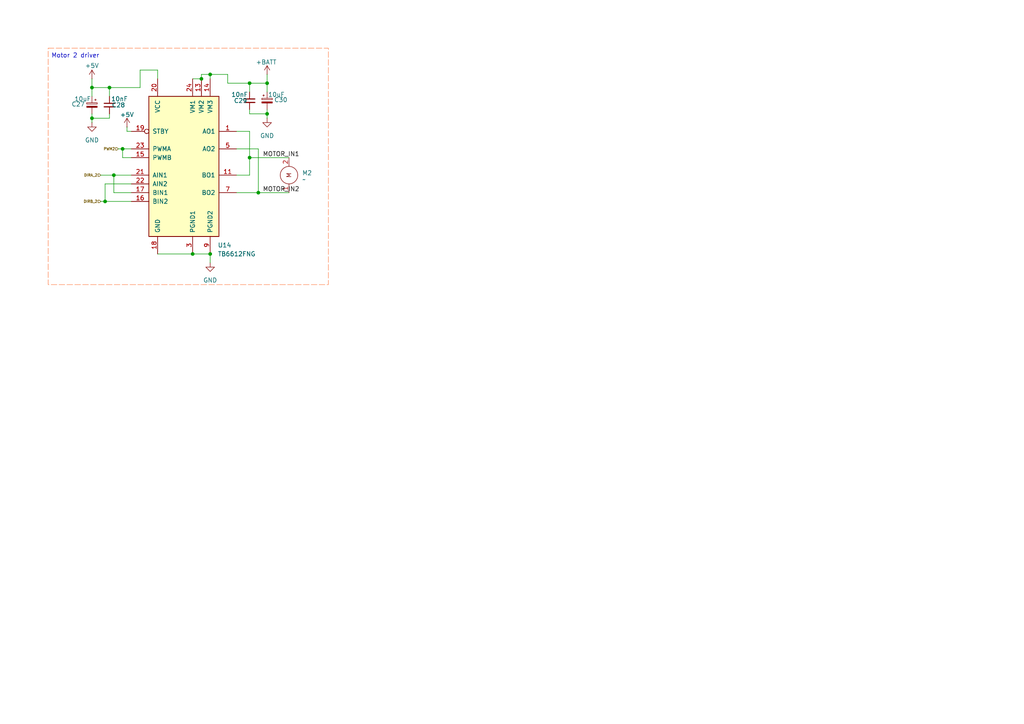
<source format=kicad_sch>
(kicad_sch (version 20231120) (generator "eeschema") (generator_version "8.0")
  (paper "A4")
  (lib_symbols
    (symbol "Device:C_Polarized_Small" (pin_numbers hide) (pin_names (offset 0.254) hide)
      (property "Reference" "C" (at 0.254 1.778 0))
      (property "Value" "C_Polarized_Small" (at 0.254 -2.032 0))
      (symbol "C_Polarized_Small_0_1"
        (rectangle (start -1.524 -0.3048) (end 1.524 -0.6858) (fill (type outline)))
        (rectangle (start -1.524 0.6858) (end 1.524 0.3048))
        (polyline (pts (xy -1.27 1.524) (xy -0.762 1.524)))
        (polyline (pts (xy -1.016 1.27) (xy -1.016 1.778)))
      )
      (symbol "C_Polarized_Small_1_1"
        (pin passive line (at 0 2.54 270) (length 1.8542) (name "~") (number "1"))
        (pin passive line (at 0 -2.54 90) (length 1.8542) (name "~") (number "2"))
      )
    )
    (symbol "Device:C_Small" (pin_numbers hide) (pin_names (offset 0.254) hide)
      (property "Reference" "C" (at 0.254 1.778 0))
      (property "Value" "C_Small" (at 0.254 -2.032 0))
      (symbol "C_Small_0_1"
        (polyline (pts (xy -1.524 -0.508) (xy 1.524 -0.508)) (stroke (width 0.3302)))
        (polyline (pts (xy -1.524 0.508) (xy 1.524 0.508)) (stroke (width 0.3048)))
      )
      (symbol "C_Small_1_1"
        (pin passive line (at 0 2.54 270) (length 2.032) (name "~") (number "1"))
        (pin passive line (at 0 -2.54 90) (length 2.032) (name "~") (number "2"))
      )
    )
    (symbol "Driver_Motor:TB6612FNG" (pin_names (offset 1.016))
      (property "Reference" "U" (at 11.43 17.78 0))
      (property "Value" "TB6612FNG" (at 11.43 15.24 0))
      (symbol "TB6612FNG_0_1"
        (rectangle (start -10.16 20.32) (end 10.16 -20.32) (stroke (width 0.254)) (fill (type background)))
      )
      (symbol "TB6612FNG_1_1"
        (pin output line (at 15.24 10.16 180) (length 5.08) (name "AO1") (number "1"))
        (pin passive line (at 7.62 -25.4 90) (length 5.08) hide (name "PGND2") (number "10"))
        (pin output line (at 15.24 -2.54 180) (length 5.08) (name "BO1") (number "11"))
        (pin passive line (at 15.24 -2.54 180) (length 5.08) hide (name "BO1") (number "12"))
        (pin power_in line (at 5.08 25.4 270) (length 5.08) (name "VM2") (number "13"))
        (pin power_in line (at 7.62 25.4 270) (length 5.08) (name "VM3") (number "14"))
        (pin input line (at -15.24 2.54 0) (length 5.08) (name "PWMB") (number "15"))
        (pin input line (at -15.24 -10.16 0) (length 5.08) (name "BIN2") (number "16"))
        (pin input line (at -15.24 -7.62 0) (length 5.08) (name "BIN1") (number "17"))
        (pin power_in line (at -7.62 -25.4 90) (length 5.08) (name "GND") (number "18"))
        (pin input inverted (at -15.24 10.16 0) (length 5.08) (name "STBY") (number "19"))
        (pin passive line (at 15.24 10.16 180) (length 5.08) hide (name "AO1") (number "2"))
        (pin power_in line (at -7.62 25.4 270) (length 5.08) (name "VCC") (number "20"))
        (pin input line (at -15.24 -2.54 0) (length 5.08) (name "AIN1") (number "21"))
        (pin input line (at -15.24 -5.08 0) (length 5.08) (name "AIN2") (number "22"))
        (pin input line (at -15.24 5.08 0) (length 5.08) (name "PWMA") (number "23"))
        (pin power_in line (at 2.54 25.4 270) (length 5.08) (name "VM1") (number "24"))
        (pin power_in line (at 2.54 -25.4 90) (length 5.08) (name "PGND1") (number "3"))
        (pin passive line (at 2.54 -25.4 90) (length 5.08) hide (name "PGND1") (number "4"))
        (pin output line (at 15.24 5.08 180) (length 5.08) (name "AO2") (number "5"))
        (pin passive line (at 15.24 5.08 180) (length 5.08) hide (name "AO2") (number "6"))
        (pin output line (at 15.24 -7.62 180) (length 5.08) (name "BO2") (number "7"))
        (pin passive line (at 15.24 -7.62 180) (length 5.08) hide (name "BO2") (number "8"))
        (pin power_in line (at 7.62 -25.4 90) (length 5.08) (name "PGND2") (number "9"))
      )
    )
    (symbol "Motors_KoNaR:Motor"
      (property "Reference" "M" (at 0 3.556 0))
      (symbol "Motor_1_1"
        (circle (center 0 0) (radius 2.54))
        (text "M" (at 0 0 0) (effects (font (size 1.27 1.27))))
        (pin input line (at -5.08 0 0) (length 2.54) (name "") (number "1"))
        (pin input line (at 5.08 0 180) (length 2.54) (name "") (number "2"))
      )
    )
    (symbol "power:+5V" (power) (pin_numbers hide) (pin_names (offset 0) hide)
      (property "Value" "+5V" (at 0 3.556 0))
      (symbol "+5V_0_1"
        (polyline (pts (xy -0.762 1.27) (xy 0 2.54)))
        (polyline (pts (xy 0 0) (xy 0 2.54)))
        (polyline (pts (xy 0 2.54) (xy 0.762 1.27)))
      )
      (symbol "+5V_1_1"
        (pin power_in line (at 0 0 90) (length 0) (name "~") (number "1"))
      )
    )
    (symbol "power:+BATT" (power) (pin_numbers hide) (pin_names (offset 0) hide)
      (property "Value" "+BATT" (at 0 3.556 0))
      (symbol "+BATT_0_1"
        (polyline (pts (xy -0.762 1.27) (xy 0 2.54)))
        (polyline (pts (xy 0 0) (xy 0 2.54)))
        (polyline (pts (xy 0 2.54) (xy 0.762 1.27)))
      )
      (symbol "+BATT_1_1"
        (pin power_in line (at 0 0 90) (length 0) (name "~") (number "1"))
      )
    )
    (symbol "power:GND" (power) (pin_numbers hide) (pin_names (offset 0) hide)
      (property "Value" "GND" (at 0 -3.81 0))
      (symbol "GND_0_1"
        (polyline (pts (xy 0 0) (xy 0 -1.27) (xy 1.27 -1.27) (xy 0 -2.54) (xy -1.27 -1.27) (xy 0 -1.27)))
      )
      (symbol "GND_1_1"
        (pin power_in line (at 0 0 270) (length 0) (name "~") (number "1"))
      )
    )
  )
  (junction (at 77.47 24.13))
  (junction (at 30.48 58.42))
  (junction (at 55.88 73.66))
  (junction (at 77.47 33.02))
  (junction (at 26.67 25.4))
  (junction (at 31.75 25.4))
  (junction (at 72.39 24.13))
  (junction (at 58.42 22.86))
  (junction (at 60.96 21.59))
  (junction (at 74.93 55.88))
  (junction (at 26.67 34.29))
  (junction (at 72.39 45.72))
  (junction (at 33.02 50.8))
  (junction (at 35.56 43.18))
  (junction (at 60.96 73.66))
  (wire (pts (xy 55.88 22.86) (xy 58.42 22.86)))
  (wire (pts (xy 72.39 24.13) (xy 72.39 26.67)))
  (wire (pts (xy 31.75 25.4) (xy 40.64 25.4)))
  (wire (pts (xy 72.39 45.72) (xy 72.39 50.8)))
  (wire (pts (xy 34.29 43.18) (xy 35.56 43.18)))
  (wire (pts (xy 29.21 50.8) (xy 33.02 50.8)))
  (wire (pts (xy 72.39 33.02) (xy 77.47 33.02)))
  (wire (pts (xy 45.72 73.66) (xy 55.88 73.66)))
  (wire (pts (xy 60.96 21.59) (xy 66.04 21.59)))
  (wire (pts (xy 35.56 43.18) (xy 38.1 43.18)))
  (wire (pts (xy 30.48 53.34) (xy 38.1 53.34)))
  (wire (pts (xy 72.39 50.8) (xy 68.58 50.8)))
  (wire (pts (xy 35.56 43.18) (xy 35.56 45.72)))
  (wire (pts (xy 35.56 45.72) (xy 38.1 45.72)))
  (wire (pts (xy 33.02 50.8) (xy 38.1 50.8)))
  (wire (pts (xy 30.48 53.34) (xy 30.48 58.42)))
  (wire (pts (xy 66.04 24.13) (xy 72.39 24.13)))
  (wire (pts (xy 77.47 21.59) (xy 77.47 24.13)))
  (wire (pts (xy 72.39 38.1) (xy 72.39 45.72)))
  (wire (pts (xy 74.93 55.88) (xy 83.82 55.88)))
  (wire (pts (xy 33.02 55.88) (xy 38.1 55.88)))
  (wire (pts (xy 29.21 58.42) (xy 30.48 58.42)))
  (wire (pts (xy 45.72 20.32) (xy 45.72 22.86)))
  (wire (pts (xy 31.75 25.4) (xy 26.67 25.4)))
  (wire (pts (xy 31.75 25.4) (xy 31.75 27.94)))
  (wire (pts (xy 26.67 33.02) (xy 26.67 34.29)))
  (wire (pts (xy 60.96 73.66) (xy 60.96 76.2)))
  (wire (pts (xy 30.48 58.42) (xy 38.1 58.42)))
  (wire (pts (xy 74.93 43.18) (xy 74.93 55.88)))
  (wire (pts (xy 74.93 55.88) (xy 68.58 55.88)))
  (wire (pts (xy 72.39 31.75) (xy 72.39 33.02)))
  (wire (pts (xy 55.88 73.66) (xy 60.96 73.66)))
  (wire (pts (xy 40.64 20.32) (xy 45.72 20.32)))
  (wire (pts (xy 60.96 21.59) (xy 58.42 21.59)))
  (wire (pts (xy 77.47 24.13) (xy 77.47 26.67)))
  (wire (pts (xy 40.64 20.32) (xy 40.64 25.4)))
  (wire (pts (xy 68.58 43.18) (xy 74.93 43.18)))
  (wire (pts (xy 26.67 25.4) (xy 26.67 27.94)))
  (wire (pts (xy 68.58 38.1) (xy 72.39 38.1)))
  (wire (pts (xy 58.42 22.86) (xy 58.42 21.59)))
  (wire (pts (xy 77.47 33.02) (xy 77.47 34.29)))
  (wire (pts (xy 31.75 34.29) (xy 26.67 34.29)))
  (wire (pts (xy 72.39 24.13) (xy 77.47 24.13)))
  (wire (pts (xy 33.02 50.8) (xy 33.02 55.88)))
  (wire (pts (xy 36.83 36.83) (xy 36.83 38.1)))
  (wire (pts (xy 26.67 34.29) (xy 26.67 35.56)))
  (wire (pts (xy 60.96 22.86) (xy 60.96 21.59)))
  (wire (pts (xy 38.1 38.1) (xy 36.83 38.1)))
  (wire (pts (xy 77.47 31.75) (xy 77.47 33.02)))
  (wire (pts (xy 31.75 33.02) (xy 31.75 34.29)))
  (wire (pts (xy 66.04 24.13) (xy 66.04 21.59)))
  (wire (pts (xy 72.39 45.72) (xy 83.82 45.72)))
  (wire (pts (xy 26.67 22.86) (xy 26.67 25.4)))
  (rectangle (start 13.97 13.97) (end 95.25 82.55) (stroke (width 0) (type dash) (color 255 133 81 1)))
  (text "Motor 2 driver " (at 22.352 16.256 0) (effects (font (size 1.27 1.27))))
  (label "MOTOR_IN2" (at 76.2 55.88 0))
  (label "MOTOR_IN1" (at 76.2 45.72 0))
  (hierarchical_label "PWM2" (shape input) (at 34.29 43.18 180) (effects (font (size 0.762 0.762))))
  (hierarchical_label "DIRA_2" (shape input) (at 29.21 50.8 180) (effects (font (size 0.762 0.762))))
  (hierarchical_label "DIRB_2" (shape input) (at 29.21 58.42 180) (effects (font (size 0.762 0.762))))
  (symbol (lib_id "Device:C_Small") (at 72.39 29.21 0) (unit 1)
    (property "Reference" "C29" (at 67.818 29.21 0) (effects (justify left)))
    (property "Value" "10nF" (at 67.056 27.432 0) (effects (justify left)))
    (property "Footprint" "Capacitor_SMD:C_0805_2012Metric" (effects (hide yes)))
    (property "Description" "Unpolarized capacitor, small symbol" (effects (hide yes)))
  )
  (symbol (lib_id "power:+5V") (at 36.83 36.83 0) (unit 1)
    (property "Reference" "#PWR076" (effects (hide yes)))
    (property "Value" "+5V" (at 36.83 33.274 0))
    (property "Description" "Power symbol creates a global label with name \"+5V\"" (effects (hide yes)))
  )
  (symbol (lib_id "power:GND") (at 60.96 76.2 0) (unit 1)
    (property "Reference" "#PWR077" (effects (hide yes)))
    (property "Value" "GND" (at 60.96 81.28 0))
    (property "Description" "Power symbol creates a global label with name \"GND\" , ground" (effects (hide yes)))
  )
  (symbol (lib_id "power:+BATT") (at 77.47 21.59 0) (unit 1)
    (property "Reference" "#PWR078" (effects (hide yes)))
    (property "Value" "+BATT" (at 77.216 18.034 0))
    (property "Description" "Power symbol creates a global label with name \"+BATT\"" (effects (hide yes)))
  )
  (symbol (lib_id "Device:C_Polarized_Small") (at 77.47 29.21 0) (unit 1)
    (property "Reference" "C30" (at 79.502 28.956 0) (effects (justify left)))
    (property "Value" "10uF" (at 77.724 27.432 0) (effects (justify left)))
    (property "Footprint" "Capacitor_Tantalum_SMD:CP_EIA-3528-12_Kemet-T" (effects (hide yes)))
    (property "Description" "Polarized capacitor, small symbol" (effects (hide yes)))
  )
  (symbol (lib_id "Device:C_Small") (at 31.75 30.48 0) (mirror y) (unit 1)
    (property "Reference" "C28" (at 36.322 30.48 0) (effects (justify left)))
    (property "Value" "10nF" (at 37.084 28.702 0) (effects (justify left)))
    (property "Footprint" "Capacitor_SMD:C_0805_2012Metric" (effects (hide yes)))
    (property "Description" "Unpolarized capacitor, small symbol" (effects (hide yes)))
  )
  (symbol (lib_id "Motors_KoNaR:Motor") (at 83.82 50.8 90) (unit 1)
    (property "Reference" "M2" (at 87.63 50.1649 90) (effects (justify right)))
    (property "Value" "~" (at 87.63 52.07 90) (effects (justify right)))
    (property "Footprint" "Motors_KoNaR:KoNaR_Motor" (effects (hide yes)))
  )
  (symbol (lib_id "power:GND") (at 26.67 35.56 0) (mirror y) (unit 1)
    (property "Reference" "#PWR036" (effects (hide yes)))
    (property "Value" "GND" (at 26.67 40.64 0))
    (property "Description" "Power symbol creates a global label with name \"GND\" , ground" (effects (hide yes)))
  )
  (symbol (lib_id "power:GND") (at 77.47 34.29 0) (unit 1)
    (property "Reference" "#PWR079" (effects (hide yes)))
    (property "Value" "GND" (at 77.47 39.37 0))
    (property "Description" "Power symbol creates a global label with name \"GND\" , ground" (effects (hide yes)))
  )
  (symbol (lib_id "power:+5V") (at 26.67 22.86 0) (unit 1)
    (property "Reference" "#PWR05" (effects (hide yes)))
    (property "Value" "+5V" (at 26.67 19.05 0))
    (property "Description" "Power symbol creates a global label with name \"+5V\"" (effects (hide yes)))
  )
  (symbol (lib_id "Driver_Motor:TB6612FNG") (at 53.34 48.26 0) (unit 1)
    (property "Reference" "U14" (at 63.1541 71.12 0) (effects (justify left)))
    (property "Value" "TB6612FNG" (at 63.1541 73.66 0) (effects (justify left)))
    (property "Footprint" "Package_SO:SSOP-24_5.3x8.2mm_P0.65mm" (effects (hide yes)))
    (property "Datasheet" "https://toshiba.semicon-storage.com/us/product/linear/motordriver/detail.TB6612FNG.html" (effects (hide yes)))
    (property "Description" "Driver IC for Dual DC motor, SSOP-24" (effects (hide yes)))
  )
  (symbol (lib_id "Device:C_Polarized_Small") (at 26.67 30.48 0) (mirror y) (unit 1)
    (property "Reference" "C27" (at 24.638 30.226 0) (effects (justify left)))
    (property "Value" "10uF" (at 26.416 28.702 0) (effects (justify left)))
    (property "Footprint" "Capacitor_Tantalum_SMD:CP_EIA-3528-12_Kemet-T" (effects (hide yes)))
    (property "Description" "Polarized capacitor, small symbol" (effects (hide yes)))
  )
)
</source>
